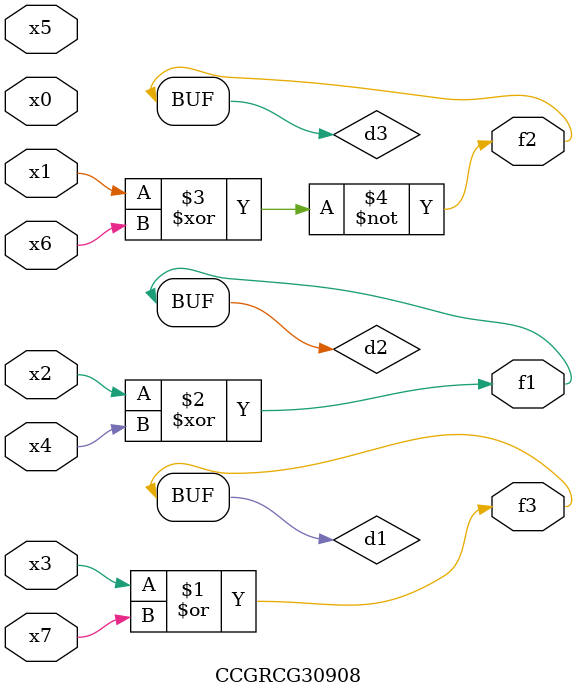
<source format=v>
module CCGRCG30908(
	input x0, x1, x2, x3, x4, x5, x6, x7,
	output f1, f2, f3
);

	wire d1, d2, d3;

	or (d1, x3, x7);
	xor (d2, x2, x4);
	xnor (d3, x1, x6);
	assign f1 = d2;
	assign f2 = d3;
	assign f3 = d1;
endmodule

</source>
